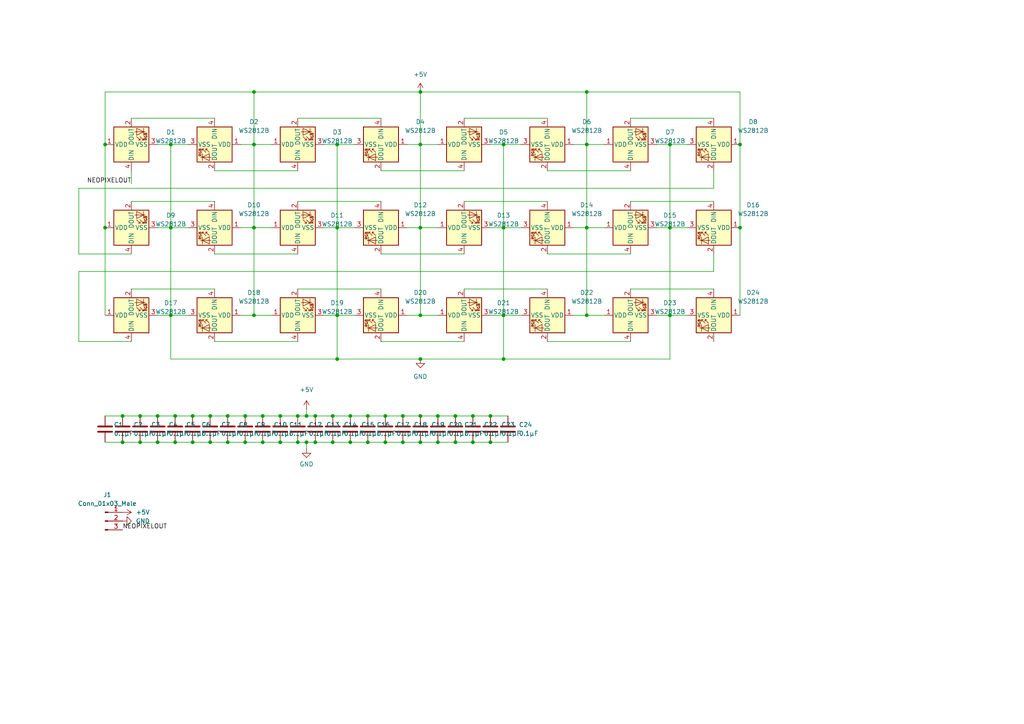
<source format=kicad_sch>
(kicad_sch (version 20211123) (generator eeschema)
  (paper "A4")
  (title_block (title "layer 4  schematic drawing") (date "2023-02-12") (rev "1.0") (company "8076 Robotics"))
  (lib_symbols
    (symbol "Connector:Conn_01x03_Male" (pin_names (offset 1.016) hide)
      (property "Reference" "J" (at 0 5.08 0))
      (property "Value" "Conn_01x03_Male" (at 0 -5.08 0))
      (symbol "Conn_01x03_Male_1_1"
        (polyline (pts (xy 1.27 -2.54) (xy 0.8636 -2.54)) (stroke (width 0.1524)))
        (polyline (pts (xy 1.27 0) (xy 0.8636 0)) (stroke (width 0.1524)))
        (polyline (pts (xy 1.27 2.54) (xy 0.8636 2.54)) (stroke (width 0.1524)))
        (rectangle (start 0.8636 -2.413) (end 0 -2.667) (stroke (width 0.1524)) (fill (type outline)))
        (rectangle (start 0.8636 0.127) (end 0 -0.127) (stroke (width 0.1524)) (fill (type outline)))
        (rectangle (start 0.8636 2.667) (end 0 2.413) (stroke (width 0.1524)) (fill (type outline)))
        (pin passive line (at 5.08 2.54 180) (length 3.81) (name "Pin_1") (number "1"))
        (pin passive line (at 5.08 0 180) (length 3.81) (name "Pin_2") (number "2"))
        (pin passive line (at 5.08 -2.54 180) (length 3.81) (name "Pin_3") (number "3"))
      )
    )
    (symbol "Device:C" (pin_numbers hide) (pin_names (offset 0.254))
      (property "Reference" "C" (at 0.635 2.54 0))
      (property "Value" "C" (at 0.635 -2.54 0))
      (symbol "C_0_1"
        (polyline (pts (xy -2.032 -0.762) (xy 2.032 -0.762)) (stroke (width 0.508)))
        (polyline (pts (xy -2.032 0.762) (xy 2.032 0.762)) (stroke (width 0.508)))
      )
      (symbol "C_1_1"
        (pin passive line (at 0 3.81 270) (length 2.794) (name "~") (number "1"))
        (pin passive line (at 0 -3.81 90) (length 2.794) (name "~") (number "2"))
      )
    )
    (symbol "LED:WS2812B" (pin_names (offset 0.254))
      (property "Reference" "D" (at 5.08 5.715 0))
      (property "Value" "WS2812B" (at 1.27 -5.715 0))
      (symbol "WS2812B_0_0"
        (text "RGB" (at 2.286 -4.191 0) (effects (font (size 0.762 0.762))))
      )
      (symbol "WS2812B_0_1"
        (polyline (pts (xy 1.27 -3.556) (xy 1.778 -3.556)))
        (polyline (pts (xy 1.27 -2.54) (xy 1.778 -2.54)))
        (polyline (pts (xy 4.699 -3.556) (xy 2.667 -3.556)))
        (polyline (pts (xy 2.286 -2.54) (xy 1.27 -3.556) (xy 1.27 -3.048)))
        (polyline (pts (xy 2.286 -1.524) (xy 1.27 -2.54) (xy 1.27 -2.032)))
        (polyline (pts (xy 3.683 -1.016) (xy 3.683 -3.556) (xy 3.683 -4.064)))
        (polyline (pts (xy 4.699 -1.524) (xy 2.667 -1.524) (xy 3.683 -3.556) (xy 4.699 -1.524)))
        (rectangle (start 5.08 5.08) (end -5.08 -5.08) (stroke (width 0.254)) (fill (type background)))
      )
      (symbol "WS2812B_1_1"
        (pin power_in line (at 0 7.62 270) (length 2.54) (name "VDD") (number "1"))
        (pin output line (at 7.62 0 180) (length 2.54) (name "DOUT") (number "2"))
        (pin power_in line (at 0 -7.62 90) (length 2.54) (name "VSS") (number "3"))
        (pin input line (at -7.62 0 0) (length 2.54) (name "DIN") (number "4"))
      )
    )
    (symbol "power:+5V" (power) (pin_names (offset 0))
      (property "Value" "+5V" (at 0 3.556 0))
      (symbol "+5V_0_1"
        (polyline (pts (xy -0.762 1.27) (xy 0 2.54)))
        (polyline (pts (xy 0 0) (xy 0 2.54)))
        (polyline (pts (xy 0 2.54) (xy 0.762 1.27)))
      )
      (symbol "+5V_1_1"
        (pin power_in line (at 0 0 90) (length 0) hide (name "+5V") (number "1"))
      )
    )
    (symbol "power:GND" (power) (pin_names (offset 0))
      (property "Value" "GND" (at 0 -3.81 0))
      (symbol "GND_0_1"
        (polyline (pts (xy 0 0) (xy 0 -1.27) (xy 1.27 -1.27) (xy 0 -2.54) (xy -1.27 -1.27) (xy 0 -1.27)))
      )
      (symbol "GND_1_1"
        (pin power_in line (at 0 0 270) (length 0) hide (name "GND") (number "1"))
      )
    )
  )
  (junction (at 97.79 91.44))
  (junction (at 97.79 66.04))
  (junction (at 137.16 128.27))
  (junction (at 116.84 128.27))
  (junction (at 81.28 128.27))
  (junction (at 97.79 41.91))
  (junction (at 71.12 128.27))
  (junction (at 88.9 120.65))
  (junction (at 142.24 120.65))
  (junction (at 106.68 120.65))
  (junction (at 55.88 128.27))
  (junction (at 35.56 120.65))
  (junction (at 101.6 120.65))
  (junction (at 91.44 120.65))
  (junction (at 214.63 41.91))
  (junction (at 50.8 120.65))
  (junction (at 91.44 128.27))
  (junction (at 111.76 128.27))
  (junction (at 60.96 120.65))
  (junction (at 111.76 120.65))
  (junction (at 121.92 26.67))
  (junction (at 60.96 128.27))
  (junction (at 40.64 120.65))
  (junction (at 170.18 91.44))
  (junction (at 40.64 128.27))
  (junction (at 194.31 91.44))
  (junction (at 194.31 66.04))
  (junction (at 194.31 41.91))
  (junction (at 121.92 91.44))
  (junction (at 146.05 91.44))
  (junction (at 146.05 66.04))
  (junction (at 30.48 41.91))
  (junction (at 76.2 128.27))
  (junction (at 96.52 120.65))
  (junction (at 97.79 104.14))
  (junction (at 73.66 26.67))
  (junction (at 146.05 104.14))
  (junction (at 142.24 128.27))
  (junction (at 50.8 128.27))
  (junction (at 49.53 41.91))
  (junction (at 55.88 120.65))
  (junction (at 66.04 120.65))
  (junction (at 121.92 128.27))
  (junction (at 137.16 120.65))
  (junction (at 121.92 120.65))
  (junction (at 121.92 104.14))
  (junction (at 214.63 66.04))
  (junction (at 86.36 120.65))
  (junction (at 127 128.27))
  (junction (at 76.2 120.65))
  (junction (at 81.28 120.65))
  (junction (at 127 120.65))
  (junction (at 45.72 128.27))
  (junction (at 73.66 66.04))
  (junction (at 73.66 41.91))
  (junction (at 49.53 91.44))
  (junction (at 49.53 66.04))
  (junction (at 121.92 66.04))
  (junction (at 170.18 66.04))
  (junction (at 170.18 41.91))
  (junction (at 121.92 41.91))
  (junction (at 116.84 120.65))
  (junction (at 101.6 128.27))
  (junction (at 146.05 41.91))
  (junction (at 132.08 120.65))
  (junction (at 170.18 26.67))
  (junction (at 88.9 128.27))
  (junction (at 73.66 91.44))
  (junction (at 86.36 128.27))
  (junction (at 35.56 128.27))
  (junction (at 66.04 128.27))
  (junction (at 132.08 128.27))
  (junction (at 106.68 128.27))
  (junction (at 45.72 120.65))
  (junction (at 71.12 120.65))
  (junction (at 96.52 128.27))
  (junction (at 30.48 66.04))
  (wire (pts (xy 86.36 34.29) (xy 110.49 34.29)))
  (wire (pts (xy 116.84 128.27) (xy 121.92 128.27)))
  (wire (pts (xy 49.53 41.91) (xy 49.53 66.04)))
  (wire (pts (xy 134.62 58.42) (xy 158.75 58.42)))
  (wire (pts (xy 73.66 26.67) (xy 30.48 26.67)))
  (wire (pts (xy 69.85 91.44) (xy 73.66 91.44)))
  (wire (pts (xy 146.05 41.91) (xy 151.13 41.91)))
  (wire (pts (xy 81.28 120.65) (xy 86.36 120.65)))
  (wire (pts (xy 214.63 26.67) (xy 214.63 41.91)))
  (wire (pts (xy 214.63 41.91) (xy 214.63 66.04)))
  (wire (pts (xy 170.18 26.67) (xy 214.63 26.67)))
  (wire (pts (xy 118.11 66.04) (xy 121.92 66.04)))
  (wire (pts (xy 66.04 128.27) (xy 71.12 128.27)))
  (wire (pts (xy 110.49 73.66) (xy 134.62 73.66)))
  (wire (pts (xy 50.8 120.65) (xy 55.88 120.65)))
  (wire (pts (xy 69.85 41.91) (xy 73.66 41.91)))
  (wire (pts (xy 111.76 120.65) (xy 116.84 120.65)))
  (wire (pts (xy 55.88 120.65) (xy 60.96 120.65)))
  (wire (pts (xy 49.53 41.91) (xy 54.61 41.91)))
  (wire (pts (xy 49.53 104.14) (xy 97.79 104.14)))
  (wire (pts (xy 69.85 66.04) (xy 73.66 66.04)))
  (wire (pts (xy 127 128.27) (xy 132.08 128.27)))
  (wire (pts (xy 110.49 49.53) (xy 134.62 49.53)))
  (wire (pts (xy 45.72 66.04) (xy 49.53 66.04)))
  (wire (pts (xy 132.08 120.65) (xy 137.16 120.65)))
  (wire (pts (xy 121.92 91.44) (xy 127 91.44)))
  (wire (pts (xy 97.79 66.04) (xy 102.87 66.04)))
  (wire (pts (xy 97.79 66.04) (xy 97.79 91.44)))
  (wire (pts (xy 127 120.65) (xy 132.08 120.65)))
  (wire (pts (xy 62.23 49.53) (xy 86.36 49.53)))
  (wire (pts (xy 170.18 66.04) (xy 175.26 66.04)))
  (wire (pts (xy 73.66 91.44) (xy 78.74 91.44)))
  (wire (pts (xy 132.08 128.27) (xy 137.16 128.27)))
  (wire (pts (xy 142.24 41.91) (xy 146.05 41.91)))
  (wire (pts (xy 73.66 66.04) (xy 78.74 66.04)))
  (wire (pts (xy 35.56 128.27) (xy 40.64 128.27)))
  (wire (pts (xy 38.1 34.29) (xy 62.23 34.29)))
  (wire (pts (xy 40.64 128.27) (xy 45.72 128.27)))
  (wire (pts (xy 158.75 99.06) (xy 182.88 99.06)))
  (wire (pts (xy 194.31 66.04) (xy 199.39 66.04)))
  (wire (pts (xy 38.1 58.42) (xy 62.23 58.42)))
  (wire (pts (xy 146.05 91.44) (xy 151.13 91.44)))
  (wire (pts (xy 50.8 128.27) (xy 55.88 128.27)))
  (wire (pts (xy 40.64 120.65) (xy 45.72 120.65)))
  (wire (pts (xy 49.53 66.04) (xy 54.61 66.04)))
  (wire (pts (xy 88.9 128.27) (xy 88.9 130.175)))
  (wire (pts (xy 101.6 128.27) (xy 106.68 128.27)))
  (wire (pts (xy 207.01 73.66) (xy 207.01 78.74)))
  (wire (pts (xy 81.28 128.27) (xy 86.36 128.27)))
  (wire (pts (xy 106.68 128.27) (xy 111.76 128.27)))
  (wire (pts (xy 22.86 54.61) (xy 22.86 73.66)))
  (wire (pts (xy 86.36 83.82) (xy 110.49 83.82)))
  (wire (pts (xy 121.92 26.67) (xy 121.92 41.91)))
  (wire (pts (xy 207.01 54.61) (xy 207.01 49.53)))
  (wire (pts (xy 137.16 120.65) (xy 142.24 120.65)))
  (wire (pts (xy 96.52 120.65) (xy 101.6 120.65)))
  (wire (pts (xy 86.36 120.65) (xy 88.9 120.65)))
  (wire (pts (xy 111.76 128.27) (xy 116.84 128.27)))
  (wire (pts (xy 30.48 66.04) (xy 30.48 91.44)))
  (wire (pts (xy 182.88 58.42) (xy 207.01 58.42)))
  (wire (pts (xy 166.37 66.04) (xy 170.18 66.04)))
  (wire (pts (xy 49.53 91.44) (xy 49.53 104.14)))
  (wire (pts (xy 97.79 91.44) (xy 97.79 104.14)))
  (wire (pts (xy 22.86 99.06) (xy 38.1 99.06)))
  (wire (pts (xy 60.96 128.27) (xy 66.04 128.27)))
  (wire (pts (xy 194.31 41.91) (xy 199.39 41.91)))
  (wire (pts (xy 170.18 66.04) (xy 170.18 91.44)))
  (wire (pts (xy 137.16 128.27) (xy 142.24 128.27)))
  (wire (pts (xy 60.96 120.65) (xy 66.04 120.65)))
  (wire (pts (xy 49.53 91.44) (xy 54.61 91.44)))
  (wire (pts (xy 45.72 41.91) (xy 49.53 41.91)))
  (wire (pts (xy 97.79 104.14) (xy 121.92 104.14)))
  (wire (pts (xy 73.66 66.04) (xy 73.66 91.44)))
  (wire (pts (xy 134.62 83.82) (xy 158.75 83.82)))
  (wire (pts (xy 73.66 26.67) (xy 73.66 41.91)))
  (wire (pts (xy 121.92 128.27) (xy 127 128.27)))
  (wire (pts (xy 194.31 104.14) (xy 146.05 104.14)))
  (wire (pts (xy 71.12 120.65) (xy 76.2 120.65)))
  (wire (pts (xy 118.11 91.44) (xy 121.92 91.44)))
  (wire (pts (xy 30.48 120.65) (xy 35.56 120.65)))
  (wire (pts (xy 116.84 120.65) (xy 121.92 120.65)))
  (wire (pts (xy 73.66 41.91) (xy 78.74 41.91)))
  (wire (pts (xy 166.37 41.91) (xy 170.18 41.91)))
  (wire (pts (xy 166.37 91.44) (xy 170.18 91.44)))
  (wire (pts (xy 88.9 118.745) (xy 88.9 120.65)))
  (wire (pts (xy 146.05 66.04) (xy 146.05 91.44)))
  (wire (pts (xy 146.05 41.91) (xy 146.05 66.04)))
  (wire (pts (xy 158.75 73.66) (xy 182.88 73.66)))
  (wire (pts (xy 194.31 91.44) (xy 194.31 104.14)))
  (wire (pts (xy 22.86 78.74) (xy 207.01 78.74)))
  (wire (pts (xy 86.36 128.27) (xy 88.9 128.27)))
  (wire (pts (xy 45.72 128.27) (xy 50.8 128.27)))
  (wire (pts (xy 182.88 83.82) (xy 207.01 83.82)))
  (wire (pts (xy 194.31 41.91) (xy 194.31 66.04)))
  (wire (pts (xy 214.63 66.04) (xy 214.63 91.44)))
  (wire (pts (xy 170.18 41.91) (xy 170.18 66.04)))
  (wire (pts (xy 22.86 78.74) (xy 22.86 99.06)))
  (wire (pts (xy 91.44 128.27) (xy 96.52 128.27)))
  (wire (pts (xy 93.98 41.91) (xy 97.79 41.91)))
  (wire (pts (xy 101.6 120.65) (xy 106.68 120.65)))
  (wire (pts (xy 110.49 99.06) (xy 134.62 99.06)))
  (wire (pts (xy 121.92 66.04) (xy 127 66.04)))
  (wire (pts (xy 38.1 49.53) (xy 38.1 53.34)))
  (wire (pts (xy 170.18 41.91) (xy 175.26 41.91)))
  (wire (pts (xy 97.79 41.91) (xy 97.79 66.04)))
  (wire (pts (xy 158.75 49.53) (xy 182.88 49.53)))
  (wire (pts (xy 142.24 66.04) (xy 146.05 66.04)))
  (wire (pts (xy 86.36 58.42) (xy 110.49 58.42)))
  (wire (pts (xy 93.98 91.44) (xy 97.79 91.44)))
  (wire (pts (xy 194.31 66.04) (xy 194.31 91.44)))
  (wire (pts (xy 121.92 120.65) (xy 127 120.65)))
  (wire (pts (xy 170.18 91.44) (xy 175.26 91.44)))
  (wire (pts (xy 76.2 120.65) (xy 81.28 120.65)))
  (wire (pts (xy 38.1 83.82) (xy 62.23 83.82)))
  (wire (pts (xy 93.98 66.04) (xy 97.79 66.04)))
  (wire (pts (xy 45.72 91.44) (xy 49.53 91.44)))
  (wire (pts (xy 142.24 91.44) (xy 146.05 91.44)))
  (wire (pts (xy 22.86 73.66) (xy 38.1 73.66)))
  (wire (pts (xy 45.72 120.65) (xy 50.8 120.65)))
  (wire (pts (xy 142.24 128.27) (xy 147.32 128.27)))
  (wire (pts (xy 190.5 66.04) (xy 194.31 66.04)))
  (wire (pts (xy 121.92 26.67) (xy 170.18 26.67)))
  (wire (pts (xy 170.18 26.67) (xy 170.18 41.91)))
  (wire (pts (xy 49.53 66.04) (xy 49.53 91.44)))
  (wire (pts (xy 190.5 41.91) (xy 194.31 41.91)))
  (wire (pts (xy 30.48 128.27) (xy 35.56 128.27)))
  (wire (pts (xy 142.24 120.65) (xy 147.32 120.65)))
  (wire (pts (xy 35.56 120.65) (xy 40.64 120.65)))
  (wire (pts (xy 121.92 41.91) (xy 121.92 66.04)))
  (wire (pts (xy 194.31 91.44) (xy 199.39 91.44)))
  (wire (pts (xy 71.12 128.27) (xy 76.2 128.27)))
  (wire (pts (xy 88.9 120.65) (xy 91.44 120.65)))
  (wire (pts (xy 97.79 91.44) (xy 102.87 91.44)))
  (wire (pts (xy 22.86 54.61) (xy 207.01 54.61)))
  (wire (pts (xy 182.88 34.29) (xy 207.01 34.29)))
  (wire (pts (xy 134.62 34.29) (xy 158.75 34.29)))
  (wire (pts (xy 97.79 41.91) (xy 102.87 41.91)))
  (wire (pts (xy 121.92 41.91) (xy 127 41.91)))
  (wire (pts (xy 73.66 41.91) (xy 73.66 66.04)))
  (wire (pts (xy 146.05 91.44) (xy 146.05 104.14)))
  (wire (pts (xy 121.92 66.04) (xy 121.92 91.44)))
  (wire (pts (xy 96.52 128.27) (xy 101.6 128.27)))
  (wire (pts (xy 88.9 128.27) (xy 91.44 128.27)))
  (wire (pts (xy 55.88 128.27) (xy 60.96 128.27)))
  (wire (pts (xy 106.68 120.65) (xy 111.76 120.65)))
  (wire (pts (xy 118.11 41.91) (xy 121.92 41.91)))
  (wire (pts (xy 91.44 120.65) (xy 96.52 120.65)))
  (wire (pts (xy 146.05 104.14) (xy 121.92 104.14)))
  (wire (pts (xy 30.48 41.91) (xy 30.48 66.04)))
  (wire (pts (xy 146.05 66.04) (xy 151.13 66.04)))
  (wire (pts (xy 62.23 99.06) (xy 86.36 99.06)))
  (wire (pts (xy 76.2 128.27) (xy 81.28 128.27)))
  (wire (pts (xy 121.92 26.67) (xy 73.66 26.67)))
  (wire (pts (xy 190.5 91.44) (xy 194.31 91.44)))
  (wire (pts (xy 66.04 120.65) (xy 71.12 120.65)))
  (wire (pts (xy 30.48 26.67) (xy 30.48 41.91)))
  (wire (pts (xy 62.23 73.66) (xy 86.36 73.66)))
  (label "NEOPIXELOUT" (at 38.1 53.34 180))
  (label "NEOPIXELOUT" (at 35.56 153.67 0))
  (symbol (lib_id "LED:WS2812B") (at 207.01 66.04 270) (unit 1)
    (property "Reference" "D16" (at 218.44 59.4612 90))
    (property "Value" "WS2812B" (at 218.44 62.0012 90))
    (property "Footprint" "LED_SMD:LED_WS2812B_PLCC4_5.0x5.0mm_P3.2mm" (effects hide))
    (property "Datasheet" "https://cdn-shop.adafruit.com/datasheets/WS2812B.pdf" (effects hide))
  )
  (symbol (lib_id "Device:C") (at 30.48 124.46 0) (unit 1)
    (property "Reference" "C1" (at 33.02 123.1899 0) (effects (justify left)))
    (property "Value" "0.1µF" (at 33.02 125.7299 0) (effects (justify left)))
    (property "Footprint" "Capacitor_SMD:C_0603_1608Metric" (effects hide))
  )
  (symbol (lib_id "LED:WS2812B") (at 207.01 41.91 270) (unit 1)
    (property "Reference" "D8" (at 218.44 35.3312 90))
    (property "Value" "WS2812B" (at 218.44 37.8712 90))
    (property "Footprint" "LED_SMD:LED_WS2812B_PLCC4_5.0x5.0mm_P3.2mm" (effects hide))
    (property "Datasheet" "https://cdn-shop.adafruit.com/datasheets/WS2812B.pdf" (effects hide))
  )
  (symbol (lib_id "Device:C") (at 60.96 124.46 0) (unit 1)
    (property "Reference" "C7" (at 64.135 123.1899 0) (effects (justify left)))
    (property "Value" "0.1µF" (at 64.135 125.7299 0) (effects (justify left)))
    (property "Footprint" "Capacitor_SMD:C_0603_1608Metric" (effects hide))
  )
  (symbol (lib_id "LED:WS2812B") (at 86.36 66.04 90) (unit 1)
    (property "Reference" "D11" (at 97.79 62.4586 90))
    (property "Value" "WS2812B" (at 97.79 64.9986 90))
    (property "Footprint" "LED_SMD:LED_WS2812B_PLCC4_5.0x5.0mm_P3.2mm" (effects hide))
    (property "Datasheet" "https://cdn-shop.adafruit.com/datasheets/WS2812B.pdf" (effects hide))
  )
  (symbol (lib_id "Device:C") (at 40.64 124.46 0) (unit 1)
    (property "Reference" "C3" (at 43.815 123.1899 0) (effects (justify left)))
    (property "Value" "0.1µF" (at 43.815 125.7299 0) (effects (justify left)))
    (property "Footprint" "Capacitor_SMD:C_0603_1608Metric" (effects hide))
  )
  (symbol (lib_id "Device:C") (at 96.52 124.46 0) (unit 1)
    (property "Reference" "C14" (at 99.695 123.1899 0) (effects (justify left)))
    (property "Value" "0.1µF" (at 99.695 125.7299 0) (effects (justify left)))
    (property "Footprint" "Capacitor_SMD:C_0603_1608Metric" (effects hide))
  )
  (symbol (lib_id "power:+5V") (at 121.92 26.67 0) (unit 1)
    (property "Reference" "#PWR01" (effects hide))
    (property "Value" "+5V" (at 121.92 21.59 0))
  )
  (symbol (lib_id "Device:C") (at 137.16 124.46 0) (unit 1)
    (property "Reference" "C22" (at 140.335 123.1899 0) (effects (justify left)))
    (property "Value" "0.1µF" (at 140.335 125.7299 0) (effects (justify left)))
    (property "Footprint" "Capacitor_SMD:C_0603_1608Metric" (effects hide))
  )
  (symbol (lib_id "LED:WS2812B") (at 134.62 41.91 90) (unit 1)
    (property "Reference" "D5" (at 146.05 38.3286 90))
    (property "Value" "WS2812B" (at 146.05 40.8686 90))
    (property "Footprint" "LED_SMD:LED_WS2812B_PLCC4_5.0x5.0mm_P3.2mm" (effects hide))
    (property "Datasheet" "https://cdn-shop.adafruit.com/datasheets/WS2812B.pdf" (effects hide))
  )
  (symbol (lib_id "LED:WS2812B") (at 110.49 66.04 270) (unit 1)
    (property "Reference" "D12" (at 121.92 59.4612 90))
    (property "Value" "WS2812B" (at 121.92 62.0012 90))
    (property "Footprint" "LED_SMD:LED_WS2812B_PLCC4_5.0x5.0mm_P3.2mm" (effects hide))
    (property "Datasheet" "https://cdn-shop.adafruit.com/datasheets/WS2812B.pdf" (effects hide))
  )
  (symbol (lib_id "Device:C") (at 127 124.46 0) (unit 1)
    (property "Reference" "C20" (at 130.175 123.1899 0) (effects (justify left)))
    (property "Value" "0.1µF" (at 130.175 125.7299 0) (effects (justify left)))
    (property "Footprint" "Capacitor_SMD:C_0603_1608Metric" (effects hide))
  )
  (symbol (lib_id "Device:C") (at 35.56 124.46 0) (unit 1)
    (property "Reference" "C2" (at 38.735 123.1899 0) (effects (justify left)))
    (property "Value" "0.1µF" (at 38.735 125.7299 0) (effects (justify left)))
    (property "Footprint" "Capacitor_SMD:C_0603_1608Metric" (effects hide))
  )
  (symbol (lib_id "Device:C") (at 147.32 124.46 0) (unit 1)
    (property "Reference" "C24" (at 150.495 123.1899 0) (effects (justify left)))
    (property "Value" "0.1µF" (at 150.495 125.7299 0) (effects (justify left)))
    (property "Footprint" "Capacitor_SMD:C_0603_1608Metric" (effects hide))
  )
  (symbol (lib_id "LED:WS2812B") (at 86.36 91.44 90) (unit 1)
    (property "Reference" "D19" (at 97.79 87.8586 90))
    (property "Value" "WS2812B" (at 97.79 90.3986 90))
    (property "Footprint" "LED_SMD:LED_WS2812B_PLCC4_5.0x5.0mm_P3.2mm" (effects hide))
    (property "Datasheet" "https://cdn-shop.adafruit.com/datasheets/WS2812B.pdf" (effects hide))
  )
  (symbol (lib_id "LED:WS2812B") (at 158.75 91.44 270) (unit 1)
    (property "Reference" "D22" (at 170.18 84.8612 90))
    (property "Value" "WS2812B" (at 170.18 87.4012 90))
    (property "Footprint" "LED_SMD:LED_WS2812B_PLCC4_5.0x5.0mm_P3.2mm" (effects hide))
    (property "Datasheet" "https://cdn-shop.adafruit.com/datasheets/WS2812B.pdf" (effects hide))
  )
  (symbol (lib_id "Device:C") (at 50.8 124.46 0) (unit 1)
    (property "Reference" "C5" (at 53.975 123.1899 0) (effects (justify left)))
    (property "Value" "0.1µF" (at 53.975 125.7299 0) (effects (justify left)))
    (property "Footprint" "Capacitor_SMD:C_0603_1608Metric" (effects hide))
  )
  (symbol (lib_id "LED:WS2812B") (at 158.75 66.04 270) (unit 1)
    (property "Reference" "D14" (at 170.18 59.4612 90))
    (property "Value" "WS2812B" (at 170.18 62.0012 90))
    (property "Footprint" "LED_SMD:LED_WS2812B_PLCC4_5.0x5.0mm_P3.2mm" (effects hide))
    (property "Datasheet" "https://cdn-shop.adafruit.com/datasheets/WS2812B.pdf" (effects hide))
  )
  (symbol (lib_id "power:GND") (at 35.56 151.13 90) (unit 1)
    (property "Reference" "#PWR0101" (effects hide))
    (property "Value" "GND" (at 39.37 151.1299 90) (effects (justify right)))
  )
  (symbol (lib_id "LED:WS2812B") (at 182.88 41.91 90) (unit 1)
    (property "Reference" "D7" (at 194.31 38.3286 90))
    (property "Value" "WS2812B" (at 194.31 40.8686 90))
    (property "Footprint" "LED_SMD:LED_WS2812B_PLCC4_5.0x5.0mm_P3.2mm" (effects hide))
    (property "Datasheet" "https://cdn-shop.adafruit.com/datasheets/WS2812B.pdf" (effects hide))
  )
  (symbol (lib_id "Connector:Conn_01x03_Male") (at 30.48 151.13 0) (unit 1)
    (property "Reference" "J1" (at 31.115 143.51 0))
    (property "Value" "Conn_01x03_Male" (at 31.115 146.05 0))
    (property "Footprint" "Connector_JST:JST_SH_SM03B-SRSS-TB_1x03-1MP_P1.00mm_Horizontal" (effects hide))
  )
  (symbol (lib_id "Device:C") (at 55.88 124.46 0) (unit 1)
    (property "Reference" "C6" (at 58.42 123.1899 0) (effects (justify left)))
    (property "Value" "0.1µF" (at 58.42 125.7299 0) (effects (justify left)))
    (property "Footprint" "Capacitor_SMD:C_0603_1608Metric" (effects hide))
  )
  (symbol (lib_id "Device:C") (at 106.68 124.46 0) (unit 1)
    (property "Reference" "C16" (at 109.22 123.1899 0) (effects (justify left)))
    (property "Value" "0.1µF" (at 109.22 125.7299 0) (effects (justify left)))
    (property "Footprint" "Capacitor_SMD:C_0603_1608Metric" (effects hide))
  )
  (symbol (lib_id "Device:C") (at 45.72 124.46 0) (unit 1)
    (property "Reference" "C4" (at 48.895 123.1899 0) (effects (justify left)))
    (property "Value" "0.1µF" (at 48.895 125.7299 0) (effects (justify left)))
    (property "Footprint" "Capacitor_SMD:C_0603_1608Metric" (effects hide))
  )
  (symbol (lib_id "Device:C") (at 101.6 124.46 0) (unit 1)
    (property "Reference" "C15" (at 104.775 123.1899 0) (effects (justify left)))
    (property "Value" "0.1µF" (at 104.775 125.7299 0) (effects (justify left)))
    (property "Footprint" "Capacitor_SMD:C_0603_1608Metric" (effects hide))
  )
  (symbol (lib_id "power:GND") (at 88.9 130.175 0) (unit 1)
    (property "Reference" "#PWR04" (effects hide))
    (property "Value" "GND" (at 88.9 134.62 0))
  )
  (symbol (lib_id "LED:WS2812B") (at 38.1 91.44 90) (unit 1)
    (property "Reference" "D17" (at 49.53 87.8586 90))
    (property "Value" "WS2812B" (at 49.53 90.3986 90))
    (property "Footprint" "LED_SMD:LED_WS2812B_PLCC4_5.0x5.0mm_P3.2mm" (effects hide))
    (property "Datasheet" "https://cdn-shop.adafruit.com/datasheets/WS2812B.pdf" (effects hide))
  )
  (symbol (lib_id "LED:WS2812B") (at 62.23 91.44 270) (unit 1)
    (property "Reference" "D18" (at 73.66 84.8612 90))
    (property "Value" "WS2812B" (at 73.66 87.4012 90))
    (property "Footprint" "LED_SMD:LED_WS2812B_PLCC4_5.0x5.0mm_P3.2mm" (effects hide))
    (property "Datasheet" "https://cdn-shop.adafruit.com/datasheets/WS2812B.pdf" (effects hide))
  )
  (symbol (lib_id "Device:C") (at 66.04 124.46 0) (unit 1)
    (property "Reference" "C8" (at 69.215 123.1899 0) (effects (justify left)))
    (property "Value" "0.1µF" (at 69.215 125.7299 0) (effects (justify left)))
    (property "Footprint" "Capacitor_SMD:C_0603_1608Metric" (effects hide))
  )
  (symbol (lib_id "LED:WS2812B") (at 134.62 91.44 90) (unit 1)
    (property "Reference" "D21" (at 146.05 87.8586 90))
    (property "Value" "WS2812B" (at 146.05 90.3986 90))
    (property "Footprint" "LED_SMD:LED_WS2812B_PLCC4_5.0x5.0mm_P3.2mm" (effects hide))
    (property "Datasheet" "https://cdn-shop.adafruit.com/datasheets/WS2812B.pdf" (effects hide))
  )
  (symbol (lib_id "LED:WS2812B") (at 38.1 66.04 90) (unit 1)
    (property "Reference" "D9" (at 49.53 62.4586 90))
    (property "Value" "WS2812B" (at 49.53 64.9986 90))
    (property "Footprint" "LED_SMD:LED_WS2812B_PLCC4_5.0x5.0mm_P3.2mm" (effects hide))
    (property "Datasheet" "https://cdn-shop.adafruit.com/datasheets/WS2812B.pdf" (effects hide))
  )
  (symbol (lib_id "Device:C") (at 121.92 124.46 0) (unit 1)
    (property "Reference" "C19" (at 125.095 123.1899 0) (effects (justify left)))
    (property "Value" "0.1µF" (at 125.095 125.7299 0) (effects (justify left)))
    (property "Footprint" "Capacitor_SMD:C_0603_1608Metric" (effects hide))
  )
  (symbol (lib_id "LED:WS2812B") (at 158.75 41.91 270) (unit 1)
    (property "Reference" "D6" (at 170.18 35.3312 90))
    (property "Value" "WS2812B" (at 170.18 37.8712 90))
    (property "Footprint" "LED_SMD:LED_WS2812B_PLCC4_5.0x5.0mm_P3.2mm" (effects hide))
    (property "Datasheet" "https://cdn-shop.adafruit.com/datasheets/WS2812B.pdf" (effects hide))
  )
  (symbol (lib_id "LED:WS2812B") (at 62.23 41.91 270) (unit 1)
    (property "Reference" "D2" (at 73.66 35.3312 90))
    (property "Value" "WS2812B" (at 73.66 37.8712 90))
    (property "Footprint" "LED_SMD:LED_WS2812B_PLCC4_5.0x5.0mm_P3.2mm" (effects hide))
    (property "Datasheet" "https://cdn-shop.adafruit.com/datasheets/WS2812B.pdf" (effects hide))
  )
  (symbol (lib_id "LED:WS2812B") (at 86.36 41.91 90) (unit 1)
    (property "Reference" "D3" (at 97.79 38.3286 90))
    (property "Value" "WS2812B" (at 97.79 40.8686 90))
    (property "Footprint" "LED_SMD:LED_WS2812B_PLCC4_5.0x5.0mm_P3.2mm" (effects hide))
    (property "Datasheet" "https://cdn-shop.adafruit.com/datasheets/WS2812B.pdf" (effects hide))
  )
  (symbol (lib_id "Device:C") (at 91.44 124.46 0) (unit 1)
    (property "Reference" "C13" (at 94.615 123.1899 0) (effects (justify left)))
    (property "Value" "0.1µF" (at 94.615 125.7299 0) (effects (justify left)))
    (property "Footprint" "Capacitor_SMD:C_0603_1608Metric" (effects hide))
  )
  (symbol (lib_id "Device:C") (at 111.76 124.46 0) (unit 1)
    (property "Reference" "C17" (at 114.935 123.1899 0) (effects (justify left)))
    (property "Value" "0.1µF" (at 114.935 125.7299 0) (effects (justify left)))
    (property "Footprint" "Capacitor_SMD:C_0603_1608Metric" (effects hide))
  )
  (symbol (lib_id "power:+5V") (at 88.9 118.745 0) (unit 1)
    (property "Reference" "#PWR03" (effects hide))
    (property "Value" "+5V" (at 88.9 113.03 0))
  )
  (symbol (lib_id "LED:WS2812B") (at 38.1 41.91 90) (unit 1)
    (property "Reference" "D1" (at 49.53 38.3286 90))
    (property "Value" "WS2812B" (at 49.53 40.8686 90))
    (property "Footprint" "LED_SMD:LED_WS2812B_PLCC4_5.0x5.0mm_P3.2mm" (effects hide))
    (property "Datasheet" "https://cdn-shop.adafruit.com/datasheets/WS2812B.pdf" (effects hide))
  )
  (symbol (lib_id "LED:WS2812B") (at 110.49 41.91 270) (unit 1)
    (property "Reference" "D4" (at 121.92 35.3312 90))
    (property "Value" "WS2812B" (at 121.92 37.8712 90))
    (property "Footprint" "LED_SMD:LED_WS2812B_PLCC4_5.0x5.0mm_P3.2mm" (effects hide))
    (property "Datasheet" "https://cdn-shop.adafruit.com/datasheets/WS2812B.pdf" (effects hide))
  )
  (symbol (lib_id "Device:C") (at 81.28 124.46 0) (unit 1)
    (property "Reference" "C11" (at 83.82 123.1899 0) (effects (justify left)))
    (property "Value" "0.1µF" (at 83.82 125.7299 0) (effects (justify left)))
    (property "Footprint" "Capacitor_SMD:C_0603_1608Metric" (effects hide))
  )
  (symbol (lib_id "power:GND") (at 121.92 104.14 0) (unit 1)
    (property "Reference" "#PWR02" (effects hide))
    (property "Value" "GND" (at 121.92 109.22 0))
  )
  (symbol (lib_id "power:+5V") (at 35.56 148.59 270) (unit 1)
    (property "Reference" "#PWR0102" (effects hide))
    (property "Value" "+5V" (at 39.37 148.5899 90) (effects (justify left)))
  )
  (symbol (lib_id "LED:WS2812B") (at 182.88 91.44 90) (unit 1)
    (property "Reference" "D23" (at 194.31 87.8586 90))
    (property "Value" "WS2812B" (at 194.31 90.3986 90))
    (property "Footprint" "LED_SMD:LED_WS2812B_PLCC4_5.0x5.0mm_P3.2mm" (effects hide))
    (property "Datasheet" "https://cdn-shop.adafruit.com/datasheets/WS2812B.pdf" (effects hide))
  )
  (symbol (lib_id "Device:C") (at 116.84 124.46 0) (unit 1)
    (property "Reference" "C18" (at 120.015 123.1899 0) (effects (justify left)))
    (property "Value" "0.1µF" (at 120.015 125.7299 0) (effects (justify left)))
    (property "Footprint" "Capacitor_SMD:C_0603_1608Metric" (effects hide))
  )
  (symbol (lib_id "Device:C") (at 71.12 124.46 0) (unit 1)
    (property "Reference" "C9" (at 74.295 123.1899 0) (effects (justify left)))
    (property "Value" "0.1µF" (at 74.295 125.7299 0) (effects (justify left)))
    (property "Footprint" "Capacitor_SMD:C_0603_1608Metric" (effects hide))
  )
  (symbol (lib_id "Device:C") (at 132.08 124.46 0) (unit 1)
    (property "Reference" "C21" (at 134.62 123.1899 0) (effects (justify left)))
    (property "Value" "0.1µF" (at 134.62 125.7299 0) (effects (justify left)))
    (property "Footprint" "Capacitor_SMD:C_0603_1608Metric" (effects hide))
  )
  (symbol (lib_id "Device:C") (at 76.2 124.46 0) (unit 1)
    (property "Reference" "C10" (at 79.375 123.1899 0) (effects (justify left)))
    (property "Value" "0.1µF" (at 79.375 125.7299 0) (effects (justify left)))
    (property "Footprint" "Capacitor_SMD:C_0603_1608Metric" (effects hide))
  )
  (symbol (lib_id "Device:C") (at 142.24 124.46 0) (unit 1)
    (property "Reference" "C23" (at 145.415 123.1899 0) (effects (justify left)))
    (property "Value" "0.1µF" (at 145.415 125.7299 0) (effects (justify left)))
    (property "Footprint" "Capacitor_SMD:C_0603_1608Metric" (effects hide))
  )
  (symbol (lib_id "LED:WS2812B") (at 134.62 66.04 90) (unit 1)
    (property "Reference" "D13" (at 146.05 62.4586 90))
    (property "Value" "WS2812B" (at 146.05 64.9986 90))
    (property "Footprint" "LED_SMD:LED_WS2812B_PLCC4_5.0x5.0mm_P3.2mm" (effects hide))
    (property "Datasheet" "https://cdn-shop.adafruit.com/datasheets/WS2812B.pdf" (effects hide))
  )
  (symbol (lib_id "LED:WS2812B") (at 110.49 91.44 270) (unit 1)
    (property "Reference" "D20" (at 121.92 84.8612 90))
    (property "Value" "WS2812B" (at 121.92 87.4012 90))
    (property "Footprint" "LED_SMD:LED_WS2812B_PLCC4_5.0x5.0mm_P3.2mm" (effects hide))
    (property "Datasheet" "https://cdn-shop.adafruit.com/datasheets/WS2812B.pdf" (effects hide))
  )
  (symbol (lib_id "Device:C") (at 86.36 124.46 0) (unit 1)
    (property "Reference" "C12" (at 89.535 123.1899 0) (effects (justify left)))
    (property "Value" "0.1µF" (at 89.535 125.7299 0) (effects (justify left)))
    (property "Footprint" "Capacitor_SMD:C_0603_1608Metric" (effects hide))
  )
  (symbol (lib_id "LED:WS2812B") (at 182.88 66.04 90) (unit 1)
    (property "Reference" "D15" (at 194.31 62.4586 90))
    (property "Value" "WS2812B" (at 194.31 64.9986 90))
    (property "Footprint" "LED_SMD:LED_WS2812B_PLCC4_5.0x5.0mm_P3.2mm" (effects hide))
    (property "Datasheet" "https://cdn-shop.adafruit.com/datasheets/WS2812B.pdf" (effects hide))
  )
  (symbol (lib_id "LED:WS2812B") (at 62.23 66.04 270) (unit 1)
    (property "Reference" "D10" (at 73.66 59.4612 90))
    (property "Value" "WS2812B" (at 73.66 62.0012 90))
    (property "Footprint" "LED_SMD:LED_WS2812B_PLCC4_5.0x5.0mm_P3.2mm" (effects hide))
    (property "Datasheet" "https://cdn-shop.adafruit.com/datasheets/WS2812B.pdf" (effects hide))
  )
  (symbol (lib_id "LED:WS2812B") (at 207.01 91.44 270) (unit 1)
    (property "Reference" "D24" (at 218.44 84.8612 90))
    (property "Value" "WS2812B" (at 218.44 87.4012 90))
    (property "Footprint" "LED_SMD:LED_WS2812B_PLCC4_5.0x5.0mm_P3.2mm" (effects hide))
    (property "Datasheet" "https://cdn-shop.adafruit.com/datasheets/WS2812B.pdf" (effects hide))
  )
)
</source>
